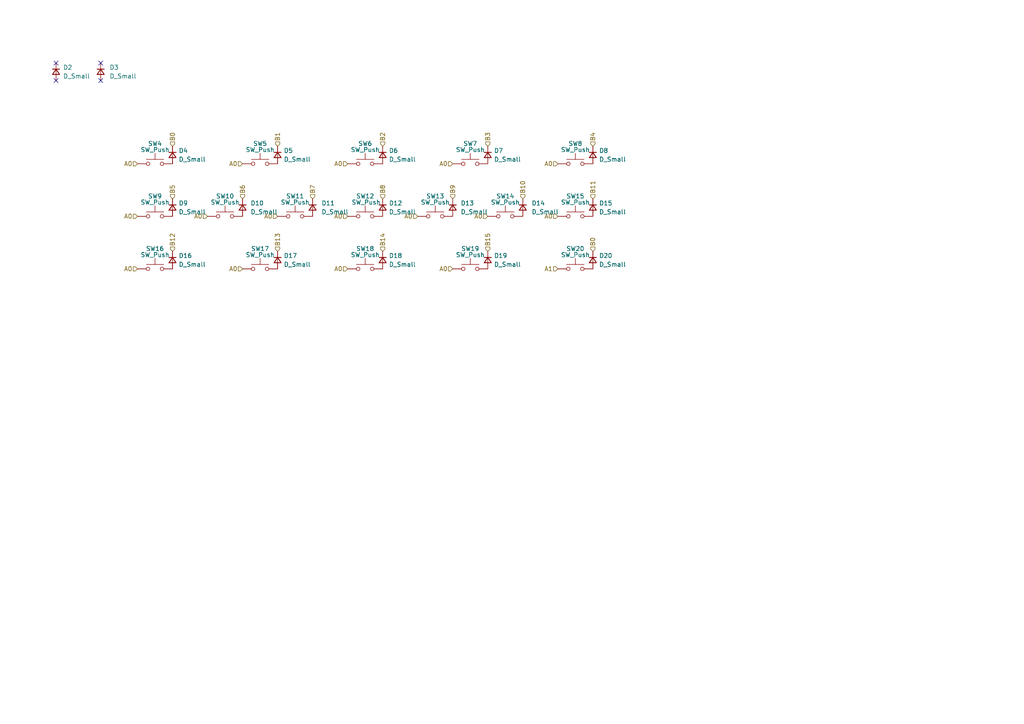
<source format=kicad_sch>
(kicad_sch (version 20230121) (generator eeschema)
  (paper "A4")
  (lib_symbols
    (symbol "Device:D_Small" (pin_numbers hide) (pin_names (offset 0.254) hide)
      (property "Reference" "D" (at -1.27 2.032 0))
      (property "Value" "D_Small" (at -3.81 -2.032 0))
      (symbol "D_Small_0_1"
        (polyline (pts (xy -0.762 -1.016) (xy -0.762 1.016)) (stroke (width 0.254)))
        (polyline (pts (xy -0.762 0) (xy 0.762 0)))
        (polyline (pts (xy 0.762 -1.016) (xy -0.762 0) (xy 0.762 1.016) (xy 0.762 -1.016)) (stroke (width 0.254)))
      )
      (symbol "D_Small_1_1"
        (pin passive line (at -2.54 0 0) (length 1.778) (name "K") (number "1"))
        (pin passive line (at 2.54 0 180) (length 1.778) (name "A") (number "2"))
      )
    )
    (symbol "Switch:SW_Push" (pin_numbers hide) (pin_names (offset 1.016) hide)
      (property "Reference" "SW" (at 1.27 2.54 0))
      (property "Value" "SW_Push" (at 0 -1.524 0))
      (symbol "SW_Push_0_1"
        (circle (center -2.032 0) (radius 0.508))
        (polyline (pts (xy 0 1.27) (xy 0 3.048)))
        (polyline (pts (xy 2.54 1.27) (xy -2.54 1.27)))
        (circle (center 2.032 0) (radius 0.508))
        (pin passive line (at -5.08 0 0) (length 2.54) (name "1") (number "1"))
        (pin passive line (at 5.08 0 180) (length 2.54) (name "2") (number "2"))
      )
    )
  )
  (no_connect (at 29.21 18.288))
  (no_connect (at 29.21 23.368))
  (no_connect (at 16.256 18.288))
  (no_connect (at 16.256 23.368))
  (hierarchical_label "A0" (shape input) (at 39.878 47.498 180))
  (hierarchical_label "B0" (shape input) (at 50.038 42.418 90))
  (hierarchical_label "A0" (shape input) (at 121.158 62.738 180))
  (hierarchical_label "B0" (shape input) (at 171.958 72.898 90))
  (hierarchical_label "A0" (shape input) (at 80.518 62.738 180))
  (hierarchical_label "B12" (shape input) (at 50.038 72.898 90))
  (hierarchical_label "B13" (shape input) (at 80.518 72.898 90))
  (hierarchical_label "B4" (shape input) (at 171.958 42.418 90))
  (hierarchical_label "A0" (shape input) (at 39.878 62.738 180))
  (hierarchical_label "B9" (shape input) (at 131.318 57.658 90))
  (hierarchical_label "A0" (shape input) (at 131.318 77.978 180))
  (hierarchical_label "B14" (shape input) (at 110.998 72.898 90))
  (hierarchical_label "A0" (shape input) (at 100.838 47.498 180))
  (hierarchical_label "A0" (shape input) (at 39.878 77.978 180))
  (hierarchical_label "B15" (shape input) (at 141.478 72.898 90))
  (hierarchical_label "A0" (shape input) (at 161.798 47.498 180))
  (hierarchical_label "B8" (shape input) (at 110.998 57.658 90))
  (hierarchical_label "A0" (shape input) (at 161.798 62.738 180))
  (hierarchical_label "A1" (shape input) (at 161.798 77.978 180))
  (hierarchical_label "B3" (shape input) (at 141.478 42.418 90))
  (hierarchical_label "B2" (shape input) (at 110.998 42.418 90))
  (hierarchical_label "B5" (shape input) (at 50.038 57.658 90))
  (hierarchical_label "A0" (shape input) (at 141.478 62.738 180))
  (hierarchical_label "A0" (shape input) (at 70.358 47.498 180))
  (hierarchical_label "A0" (shape input) (at 70.358 77.978 180))
  (hierarchical_label "B7" (shape input) (at 90.678 57.658 90))
  (hierarchical_label "B10" (shape input) (at 151.638 57.658 90))
  (hierarchical_label "A0" (shape input) (at 100.838 77.978 180))
  (hierarchical_label "B11" (shape input) (at 171.958 57.658 90))
  (hierarchical_label "B1" (shape input) (at 80.518 42.418 90))
  (hierarchical_label "B6" (shape input) (at 70.358 57.658 90))
  (hierarchical_label "A0" (shape input) (at 60.198 62.738 180))
  (hierarchical_label "A0" (shape input) (at 131.318 47.498 180))
  (hierarchical_label "A0" (shape input) (at 100.838 62.738 180))
  (symbol (lib_id "Switch:SW_Push") (at 44.958 62.738 0) (unit 1)
    (property "Reference" "SW9" (at 44.958 56.896 0))
    (property "Value" "SW_Push" (at 44.958 58.674 0))
  )
  (symbol (lib_id "Device:D_Small") (at 131.318 60.198 270) (unit 1)
    (property "Reference" "D13" (at 133.604 58.928 90) (effects (justify left)))
    (property "Value" "D_Small" (at 133.604 61.468 90) (effects (justify left)))
    (property "Sim.Device" "D" (effects hide))
    (property "Sim.Pins" "1=K 2=A" (effects hide))
  )
  (symbol (lib_id "Device:D_Small") (at 141.478 75.438 270) (unit 1)
    (property "Reference" "D19" (at 143.256 74.168 90) (effects (justify left)))
    (property "Value" "D_Small" (at 143.256 76.708 90) (effects (justify left)))
    (property "Sim.Device" "D" (effects hide))
    (property "Sim.Pins" "1=K 2=A" (effects hide))
  )
  (symbol (lib_id "Device:D_Small") (at 50.038 60.198 270) (unit 1)
    (property "Reference" "D9" (at 51.816 58.928 90) (effects (justify left)))
    (property "Value" "D_Small" (at 51.816 61.468 90) (effects (justify left)))
    (property "Sim.Device" "D" (effects hide))
    (property "Sim.Pins" "1=K 2=A" (effects hide))
  )
  (symbol (lib_id "Switch:SW_Push") (at 44.958 47.498 0) (unit 1)
    (property "Reference" "SW4" (at 44.958 41.656 0))
    (property "Value" "SW_Push" (at 44.958 43.434 0))
  )
  (symbol (lib_id "Device:D_Small") (at 141.478 44.958 270) (unit 1)
    (property "Reference" "D7" (at 143.256 43.688 90) (effects (justify left)))
    (property "Value" "D_Small" (at 143.256 46.228 90) (effects (justify left)))
    (property "Sim.Device" "D" (effects hide))
    (property "Sim.Pins" "1=K 2=A" (effects hide))
  )
  (symbol (lib_id "Device:D_Small") (at 29.21 20.828 270) (unit 1)
    (property "Reference" "D3" (at 31.75 19.558 90) (effects (justify left)))
    (property "Value" "D_Small" (at 31.75 22.098 90) (effects (justify left)))
    (property "Sim.Device" "D" (effects hide))
    (property "Sim.Pins" "1=K 2=A" (effects hide))
  )
  (symbol (lib_id "Device:D_Small") (at 171.958 44.958 270) (unit 1)
    (property "Reference" "D8" (at 173.736 43.688 90) (effects (justify left)))
    (property "Value" "D_Small" (at 173.736 46.228 90) (effects (justify left)))
    (property "Sim.Device" "D" (effects hide))
    (property "Sim.Pins" "1=K 2=A" (effects hide))
  )
  (symbol (lib_id "Switch:SW_Push") (at 75.438 47.498 0) (unit 1)
    (property "Reference" "SW5" (at 75.438 41.656 0))
    (property "Value" "SW_Push" (at 75.438 43.434 0))
  )
  (symbol (lib_id "Device:D_Small") (at 50.038 75.438 270) (unit 1)
    (property "Reference" "D16" (at 51.816 74.168 90) (effects (justify left)))
    (property "Value" "D_Small" (at 51.816 76.708 90) (effects (justify left)))
    (property "Sim.Device" "D" (effects hide))
    (property "Sim.Pins" "1=K 2=A" (effects hide))
  )
  (symbol (lib_id "Switch:SW_Push") (at 105.918 77.978 0) (unit 1)
    (property "Reference" "SW18" (at 105.918 72.136 0))
    (property "Value" "SW_Push" (at 105.918 73.914 0))
  )
  (symbol (lib_id "Switch:SW_Push") (at 126.238 62.738 0) (unit 1)
    (property "Reference" "SW13" (at 126.238 56.896 0))
    (property "Value" "SW_Push" (at 126.238 58.674 0))
  )
  (symbol (lib_id "Switch:SW_Push") (at 85.598 62.738 0) (unit 1)
    (property "Reference" "SW11" (at 85.598 56.896 0))
    (property "Value" "SW_Push" (at 85.598 58.674 0))
  )
  (symbol (lib_id "Switch:SW_Push") (at 166.878 62.738 0) (unit 1)
    (property "Reference" "SW15" (at 166.878 56.896 0))
    (property "Value" "SW_Push" (at 166.878 58.674 0))
  )
  (symbol (lib_id "Switch:SW_Push") (at 75.438 77.978 0) (unit 1)
    (property "Reference" "SW17" (at 75.438 72.136 0))
    (property "Value" "SW_Push" (at 75.438 73.914 0))
  )
  (symbol (lib_id "Switch:SW_Push") (at 105.918 62.738 0) (unit 1)
    (property "Reference" "SW12" (at 105.918 56.896 0))
    (property "Value" "SW_Push" (at 106.172 58.674 0))
  )
  (symbol (lib_id "Device:D_Small") (at 171.958 60.198 270) (unit 1)
    (property "Reference" "D15" (at 173.736 58.928 90) (effects (justify left)))
    (property "Value" "D_Small" (at 173.736 61.468 90) (effects (justify left)))
    (property "Sim.Device" "D" (effects hide))
    (property "Sim.Pins" "1=K 2=A" (effects hide))
  )
  (symbol (lib_id "Device:D_Small") (at 151.638 60.198 270) (unit 1)
    (property "Reference" "D14" (at 154.178 58.928 90) (effects (justify left)))
    (property "Value" "D_Small" (at 154.178 61.468 90) (effects (justify left)))
    (property "Sim.Device" "D" (effects hide))
    (property "Sim.Pins" "1=K 2=A" (effects hide))
  )
  (symbol (lib_id "Device:D_Small") (at 90.678 60.198 270) (unit 1)
    (property "Reference" "D11" (at 93.218 58.928 90) (effects (justify left)))
    (property "Value" "D_Small" (at 93.218 61.468 90) (effects (justify left)))
    (property "Sim.Device" "D" (effects hide))
    (property "Sim.Pins" "1=K 2=A" (effects hide))
  )
  (symbol (lib_id "Switch:SW_Push") (at 166.878 47.498 0) (unit 1)
    (property "Reference" "SW8" (at 166.878 41.656 0))
    (property "Value" "SW_Push" (at 166.878 43.434 0))
  )
  (symbol (lib_id "Switch:SW_Push") (at 65.278 62.738 0) (unit 1)
    (property "Reference" "SW10" (at 65.278 56.896 0))
    (property "Value" "SW_Push" (at 65.278 58.674 0))
  )
  (symbol (lib_id "Device:D_Small") (at 80.518 44.958 270) (unit 1)
    (property "Reference" "D5" (at 82.296 43.688 90) (effects (justify left)))
    (property "Value" "D_Small" (at 82.296 46.228 90) (effects (justify left)))
    (property "Sim.Device" "D" (effects hide))
    (property "Sim.Pins" "1=K 2=A" (effects hide))
  )
  (symbol (lib_id "Device:D_Small") (at 80.518 75.438 270) (unit 1)
    (property "Reference" "D17" (at 82.296 74.168 90) (effects (justify left)))
    (property "Value" "D_Small" (at 82.296 76.708 90) (effects (justify left)))
    (property "Sim.Device" "D" (effects hide))
    (property "Sim.Pins" "1=K 2=A" (effects hide))
  )
  (symbol (lib_id "Switch:SW_Push") (at 136.398 47.498 0) (unit 1)
    (property "Reference" "SW7" (at 136.398 41.656 0))
    (property "Value" "SW_Push" (at 136.398 43.434 0))
  )
  (symbol (lib_id "Device:D_Small") (at 110.998 75.438 270) (unit 1)
    (property "Reference" "D18" (at 112.776 74.168 90) (effects (justify left)))
    (property "Value" "D_Small" (at 112.776 76.708 90) (effects (justify left)))
    (property "Sim.Device" "D" (effects hide))
    (property "Sim.Pins" "1=K 2=A" (effects hide))
  )
  (symbol (lib_id "Switch:SW_Push") (at 44.958 77.978 0) (unit 1)
    (property "Reference" "SW16" (at 44.958 72.136 0))
    (property "Value" "SW_Push" (at 44.958 73.914 0))
  )
  (symbol (lib_id "Device:D_Small") (at 110.998 60.198 270) (unit 1)
    (property "Reference" "D12" (at 112.776 58.928 90) (effects (justify left)))
    (property "Value" "D_Small" (at 112.776 61.468 90) (effects (justify left)))
    (property "Sim.Device" "D" (effects hide))
    (property "Sim.Pins" "1=K 2=A" (effects hide))
  )
  (symbol (lib_id "Device:D_Small") (at 110.998 44.958 270) (unit 1)
    (property "Reference" "D6" (at 112.776 43.688 90) (effects (justify left)))
    (property "Value" "D_Small" (at 112.776 46.228 90) (effects (justify left)))
    (property "Sim.Device" "D" (effects hide))
    (property "Sim.Pins" "1=K 2=A" (effects hide))
  )
  (symbol (lib_id "Switch:SW_Push") (at 146.558 62.738 0) (unit 1)
    (property "Reference" "SW14" (at 146.558 56.896 0))
    (property "Value" "SW_Push" (at 146.558 58.674 0))
  )
  (symbol (lib_id "Switch:SW_Push") (at 136.398 77.978 0) (unit 1)
    (property "Reference" "SW19" (at 136.398 72.136 0))
    (property "Value" "SW_Push" (at 136.398 73.914 0))
  )
  (symbol (lib_id "Device:D_Small") (at 171.958 75.438 270) (unit 1)
    (property "Reference" "D20" (at 173.736 74.168 90) (effects (justify left)))
    (property "Value" "D_Small" (at 173.736 76.708 90) (effects (justify left)))
    (property "Sim.Device" "D" (effects hide))
    (property "Sim.Pins" "1=K 2=A" (effects hide))
  )
  (symbol (lib_id "Switch:SW_Push") (at 166.878 77.978 0) (unit 1)
    (property "Reference" "SW20" (at 166.878 72.136 0))
    (property "Value" "SW_Push" (at 166.878 73.914 0))
  )
  (symbol (lib_id "Device:D_Small") (at 70.358 60.198 270) (unit 1)
    (property "Reference" "D10" (at 72.644 58.928 90) (effects (justify left)))
    (property "Value" "D_Small" (at 72.644 61.468 90) (effects (justify left)))
    (property "Sim.Device" "D" (effects hide))
    (property "Sim.Pins" "1=K 2=A" (effects hide))
  )
  (symbol (lib_id "Switch:SW_Push") (at 105.918 47.498 0) (unit 1)
    (property "Reference" "SW6" (at 105.918 41.656 0))
    (property "Value" "SW_Push" (at 105.918 43.434 0))
  )
  (symbol (lib_id "Device:D_Small") (at 16.256 20.828 270) (unit 1)
    (property "Reference" "D2" (at 18.288 19.558 90) (effects (justify left)))
    (property "Value" "D_Small" (at 18.288 22.098 90) (effects (justify left)))
    (property "Sim.Device" "D" (effects hide))
    (property "Sim.Pins" "1=K 2=A" (effects hide))
  )
  (symbol (lib_id "Device:D_Small") (at 50.038 44.958 270) (unit 1)
    (property "Reference" "D4" (at 51.816 43.688 90) (effects (justify left)))
    (property "Value" "D_Small" (at 51.816 46.228 90) (effects (justify left)))
    (property "Sim.Device" "D" (effects hide))
    (property "Sim.Pins" "1=K 2=A" (effects hide))
  )
)
</source>
